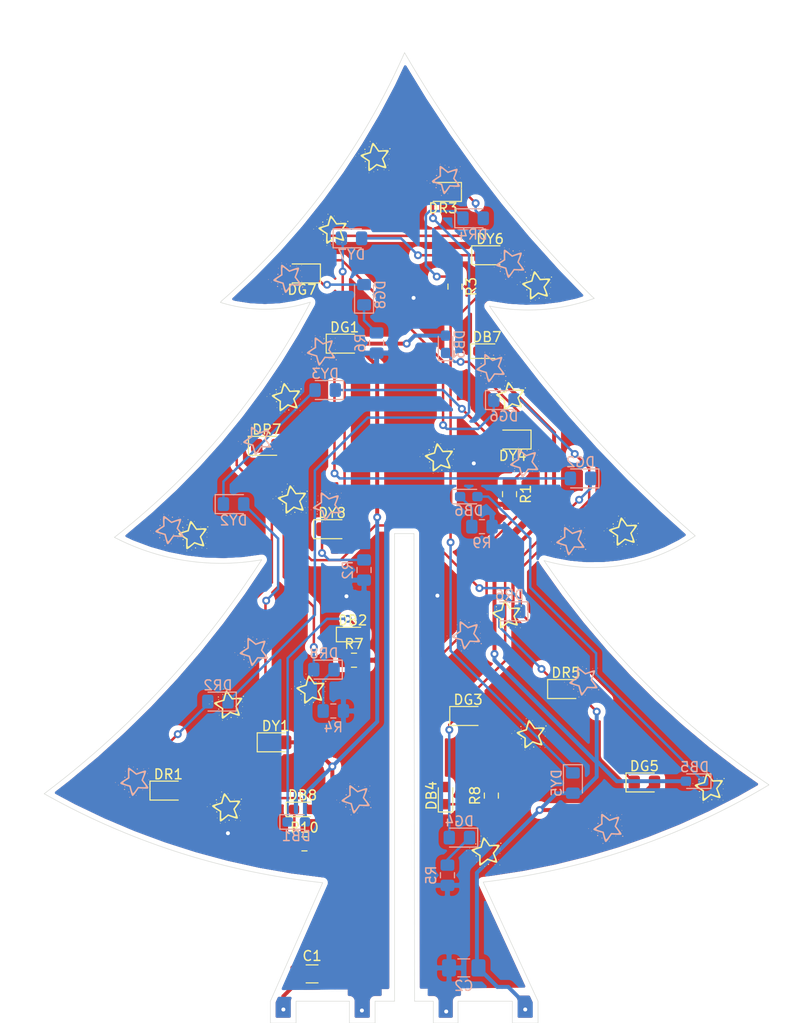
<source format=kicad_pcb>
(kicad_pcb (version 20171130) (host pcbnew "(5.1.6)-1")
  (layers (0 F.Cu signal) (31 B.Cu signal) (34 B.Paste user) (35 F.Paste user) (36 B.SilkS user) (37 F.SilkS user) (38 B.Mask user hide) (39 F.Mask user hide) (44 Edge.Cuts user))
  (net 0 "")
  (net 1 Takt_9V)
  (net 2 "Net-(DB1-Pad1)")
  (net 3 "Net-(DB2-Pad1)")
  (net 4 "Net-(DB3-Pad1)")
  (net 5 "Net-(DB4-Pad1)")
  (net 6 Takt_invertiert_9V)
  (net 7 "Net-(DB5-Pad1)")
  (net 8 "Net-(DB6-Pad1)")
  (net 9 "Net-(DB7-Pad1)")
  (net 10 "Net-(DB8-Pad1)")
  (net 11 "Net-(DG1-Pad1)")
  (net 12 "Net-(DG2-Pad1)")
  (net 13 "Net-(DG3-Pad1)")
  (net 14 "Net-(DG4-Pad1)")
  (net 15 "Net-(DG5-Pad1)")
  (net 16 "Net-(DG6-Pad1)")
  (net 17 "Net-(DG7-Pad1)")
  (net 18 "Net-(DG8-Pad1)")
  (net 19 "Net-(DR1-Pad1)")
  (net 20 "Net-(DR2-Pad1)")
  (net 21 "Net-(DR3-Pad1)")
  (net 22 "Net-(DR4-Pad1)")
  (net 23 "Net-(DR5-Pad1)")
  (net 24 "Net-(DR6-Pad1)")
  (net 25 "Net-(DR7-Pad1)")
  (net 26 "Net-(DR8-Pad1)")
  (net 27 "Net-(DY1-Pad1)")
  (net 28 "Net-(DY2-Pad1)")
  (net 29 "Net-(DY3-Pad1)")
  (net 30 "Net-(DY4-Pad1)")
  (net 31 "Net-(DY5-Pad1)")
  (net 32 "Net-(DY6-Pad1)")
  (net 33 "Net-(DY7-Pad1)")
  (net 34 "Net-(DY8-Pad1)")
  (net 35 GND)
  (module grafics:star_silk (layer B.Cu) (at 104.6988 63.5)
    (fp_text reference G*** hide)
    (fp_text value LOGO hide)
  )
  (module grafics:star_silk (layer B.Cu) (at 88.646 73.5076)
    (fp_text reference G*** hide)
    (fp_text value LOGO hide)
  )
  (module grafics:star_silk (layer B.Cu) (at 111.2012 71.9836)
    (fp_text reference G*** hide)
    (fp_text value LOGO hide)
  )
  (module grafics:star_silk (layer B.Cu) (at 92.0496 80.8736)
    (fp_text reference G*** hide)
    (fp_text value LOGO hide)
  )
  (module grafics:star_silk (layer B.Cu) (at 85.598 89.916)
    (fp_text reference G*** hide)
    (fp_text value LOGO hide)
  )
  (module grafics:star_silk (layer B.Cu) (at 92.6592 96.5708)
    (fp_text reference G*** hide)
    (fp_text value LOGO hide)
  )
  (module grafics:star_silk (layer B.Cu) (at 109.22 82.55)
    (fp_text reference G*** hide)
    (fp_text value LOGO hide)
  )
  (module grafics:star_silk (layer B.Cu) (at 76.708 98.9584)
    (fp_text reference G*** hide)
    (fp_text value LOGO hide)
  )
  (module grafics:star_silk (layer B.Cu) (at 112.6236 92.202)
    (fp_text reference G*** hide)
    (fp_text value LOGO hide)
  )
  (module grafics:star_silk (layer B.Cu) (at 117.2972 100.076)
    (fp_text reference G*** hide)
    (fp_text value LOGO hide)
  )
  (module grafics:star_silk (layer B.Cu) (at 73.152 124.46)
    (fp_text reference G*** hide)
    (fp_text value LOGO hide)
  )
  (module grafics:star_silk (layer B.Cu) (at 85.2424 111.3028)
    (fp_text reference G*** hide)
    (fp_text value LOGO hide)
  )
  (module grafics:star_silk (layer B.Cu) (at 95.5548 126.238)
    (fp_text reference G*** hide)
    (fp_text value LOGO hide)
  )
  (module grafics:star_silk (layer B.Cu) (at 106.7308 109.6264)
    (fp_text reference G*** hide)
    (fp_text value LOGO hide)
  )
  (module grafics:star_silk (layer B.Cu) (at 121.0564 129.1336)
    (fp_text reference G*** hide)
    (fp_text value LOGO hide)
  )
  (module grafics:star_silk (layer B.Cu) (at 118.618 114.3)
    (fp_text reference G*** hide)
    (fp_text value LOGO hide)
  )
  (module grafics:star_silk (layer F.Cu) (at 113.284 119.634)
    (fp_text reference G*** hide)
    (fp_text value LOGO hide)
  )
  (module grafics:star_silk (layer F.Cu) (at 108.712 131.5212)
    (fp_text reference G*** hide)
    (fp_text value LOGO hide)
  )
  (module grafics:star_silk (layer F.Cu) (at 131.318 124.968)
    (fp_text reference G*** hide)
    (fp_text value LOGO hide)
  )
  (module grafics:star_silk (layer F.Cu) (at 82.4484 127.0508)
    (fp_text reference G*** hide)
    (fp_text value LOGO hide)
  )
  (module grafics:star_silk (layer F.Cu) (at 82.6516 116.6368)
    (fp_text reference G*** hide)
    (fp_text value LOGO hide)
  )
  (module grafics:star_silk (layer F.Cu) (at 90.9828 115.1128)
    (fp_text reference G*** hide)
    (fp_text value LOGO hide)
  )
  (module grafics:star_silk (layer F.Cu) (at 111.2012 85.3948)
    (fp_text reference G*** hide)
    (fp_text value LOGO hide)
  )
  (module grafics:star_silk (layer F.Cu) (at 122.6312 99.1108)
    (fp_text reference G*** hide)
    (fp_text value LOGO hide)
  )
  (module grafics:star_silk (layer F.Cu) (at 110.7948 107.4928)
    (fp_text reference G*** hide)
    (fp_text value LOGO hide)
  )
  (module grafics:star_silk (layer F.Cu) (at 103.9876 91.5924)
    (fp_text reference G*** hide)
    (fp_text value LOGO hide)
  )
  (module grafics:star_silk (layer F.Cu) (at 79.0448 99.4664)
    (fp_text reference G*** hide)
    (fp_text value LOGO hide)
  )
  (module grafics:star_silk (layer F.Cu) (at 89.1032 95.8596)
    (fp_text reference G*** hide)
    (fp_text value LOGO hide)
  )
  (module grafics:star_silk (layer F.Cu) (at 88.4936 85.4964)
    (fp_text reference G*** hide)
    (fp_text value LOGO hide)
  )
  (module grafics:star_silk (layer F.Cu) (at 113.8428 74.168)
    (fp_text reference G*** hide)
    (fp_text value LOGO hide)
  )
  (module grafics:star_silk (layer F.Cu) (at 97.4852 61.1632)
    (fp_text reference G*** hide)
    (fp_text value LOGO hide)
  )
  (module grafics:star_silk (layer F.Cu) (at 93.218 68.5292)
    (fp_text reference G*** hide)
    (fp_text value LOGO hide)
  )
  (module Capacitor_SMD:C_1206_3216Metric_Pad1.42x1.75mm_HandSolder (layer B.Cu) (at 106.68 143.3068)
    (fp_text reference C2 (at 0 1.82) (layer B.SilkS) (effects (justify mirror)))
    (fp_text value 100n)
    (pad 2 smd roundrect (at 1.4875 0) (size 1.425 1.75) (layers B.Cu B.Paste B.Mask) (roundrect_rratio 0.175439) (net 6 Takt_invertiert_9V))
    (pad 1 smd roundrect (at -1.4875 0) (size 1.425 1.75) (layers B.Cu B.Paste B.Mask) (roundrect_rratio 0.175439) (net 35 GND))
  )
  (module Capacitor_SMD:C_1206_3216Metric_Pad1.42x1.75mm_HandSolder (layer F.Cu) (at 91.3241 143.9164)
    (fp_text reference C1 (at 0 -1.82) (layer F.SilkS))
    (fp_text value 100n)
    (pad 2 smd roundrect (at 1.4875 0) (size 1.425 1.75) (layers F.Cu F.Paste F.Mask) (roundrect_rratio 0.175439) (net 35 GND))
    (pad 1 smd roundrect (at -1.4875 0) (size 1.425 1.75) (layers F.Cu F.Paste F.Mask) (roundrect_rratio 0.175439) (net 1 Takt_9V))
  )
  (module Resistor_SMD:R_0805_2012Metric_Pad1.15x1.40mm_HandSolder (layer F.Cu) (at 90.551 130.7465)
    (fp_text reference R10 (at 0 -1.65) (layer F.SilkS))
    (fp_text value 88)
    (pad 2 smd roundrect (at 1.025 0) (size 1.15 1.4) (layers F.Cu F.Paste F.Mask) (roundrect_rratio 0.217391) (net 35 GND))
    (pad 1 smd roundrect (at -1.025 0) (size 1.15 1.4) (layers F.Cu F.Paste F.Mask) (roundrect_rratio 0.217391) (net 10 "Net-(DB8-Pad1)"))
  )
  (module Resistor_SMD:R_0805_2012Metric_Pad1.15x1.40mm_HandSolder (layer B.Cu) (at 108.5215 98.6155)
    (fp_text reference R9 (at 0 1.65) (layer B.SilkS) (effects (justify mirror)))
    (fp_text value 88)
    (pad 2 smd roundrect (at 1.025 0) (size 1.15 1.4) (layers B.Cu B.Paste B.Mask) (roundrect_rratio 0.217391) (net 35 GND))
    (pad 1 smd roundrect (at -1.025 0) (size 1.15 1.4) (layers B.Cu B.Paste B.Mask) (roundrect_rratio 0.217391) (net 8 "Net-(DB6-Pad1)"))
  )
  (module Resistor_SMD:R_0805_2012Metric_Pad1.15x1.40mm_HandSolder (layer F.Cu) (at 109.474 125.857 90)
    (fp_text reference R8 (at 0 -1.65 270) (layer F.SilkS))
    (fp_text value 88)
    (pad 2 smd roundrect (at 1.025 0 90) (size 1.15 1.4) (layers F.Cu F.Paste F.Mask) (roundrect_rratio 0.217391) (net 35 GND))
    (pad 1 smd roundrect (at -1.025 0 90) (size 1.15 1.4) (layers F.Cu F.Paste F.Mask) (roundrect_rratio 0.217391) (net 5 "Net-(DB4-Pad1)"))
  )
  (module Resistor_SMD:R_0805_2012Metric_Pad1.15x1.40mm_HandSolder (layer F.Cu) (at 95.5675 112.141)
    (fp_text reference R7 (at 0 -1.65) (layer F.SilkS))
    (fp_text value 88)
    (pad 2 smd roundrect (at 1.025 0) (size 1.15 1.4) (layers F.Cu F.Paste F.Mask) (roundrect_rratio 0.217391) (net 35 GND))
    (pad 1 smd roundrect (at -1.025 0) (size 1.15 1.4) (layers F.Cu F.Paste F.Mask) (roundrect_rratio 0.217391) (net 3 "Net-(DB2-Pad1)"))
  )
  (module Resistor_SMD:R_0805_2012Metric_Pad1.15x1.40mm_HandSolder (layer B.Cu) (at 97.8535 80.01 270)
    (fp_text reference R6 (at 0 1.65 90) (layer B.SilkS) (effects (justify mirror)))
    (fp_text value 10)
    (pad 2 smd roundrect (at 1.025 0 270) (size 1.15 1.4) (layers B.Cu B.Paste B.Mask) (roundrect_rratio 0.217391) (net 35 GND))
    (pad 1 smd roundrect (at -1.025 0 270) (size 1.15 1.4) (layers B.Cu B.Paste B.Mask) (roundrect_rratio 0.217391) (net 18 "Net-(DG8-Pad1)"))
  )
  (module Resistor_SMD:R_0805_2012Metric_Pad1.15x1.40mm_HandSolder (layer B.Cu) (at 105.029 133.9215 270)
    (fp_text reference R5 (at 0 1.65 90) (layer B.SilkS) (effects (justify mirror)))
    (fp_text value 10)
    (pad 2 smd roundrect (at 1.025 0 270) (size 1.15 1.4) (layers B.Cu B.Paste B.Mask) (roundrect_rratio 0.217391) (net 35 GND))
    (pad 1 smd roundrect (at -1.025 0 270) (size 1.15 1.4) (layers B.Cu B.Paste B.Mask) (roundrect_rratio 0.217391) (net 14 "Net-(DG4-Pad1)"))
  )
  (module Resistor_SMD:R_0805_2012Metric_Pad1.15x1.40mm_HandSolder (layer B.Cu) (at 93.472 117.2845)
    (fp_text reference R4 (at 0 1.65) (layer B.SilkS) (effects (justify mirror)))
    (fp_text value 50)
    (pad 2 smd roundrect (at 1.025 0) (size 1.15 1.4) (layers B.Cu B.Paste B.Mask) (roundrect_rratio 0.217391) (net 35 GND))
    (pad 1 smd roundrect (at -1.025 0) (size 1.15 1.4) (layers B.Cu B.Paste B.Mask) (roundrect_rratio 0.217391) (net 26 "Net-(DR8-Pad1)"))
  )
  (module Resistor_SMD:R_0805_2012Metric_Pad1.15x1.40mm_HandSolder (layer F.Cu) (at 105.791 74.295 270)
    (fp_text reference R3 (at 0 -1.65 90) (layer F.SilkS))
    (fp_text value 50)
    (pad 2 smd roundrect (at 1.025 0 270) (size 1.15 1.4) (layers F.Cu F.Paste F.Mask) (roundrect_rratio 0.217391) (net 35 GND))
    (pad 1 smd roundrect (at -1.025 0 270) (size 1.15 1.4) (layers F.Cu F.Paste F.Mask) (roundrect_rratio 0.217391) (net 22 "Net-(DR4-Pad1)"))
  )
  (module Resistor_SMD:R_0805_2012Metric_Pad1.15x1.40mm_HandSolder (layer B.Cu) (at 96.5835 103.006 270)
    (fp_text reference R2 (at 0 1.65 270) (layer B.SilkS) (effects (justify mirror)))
    (fp_text value 50)
    (pad 2 smd roundrect (at 1.025 0 270) (size 1.15 1.4) (layers B.Cu B.Paste B.Mask) (roundrect_rratio 0.217391) (net 35 GND))
    (pad 1 smd roundrect (at -1.025 0 270) (size 1.15 1.4) (layers B.Cu B.Paste B.Mask) (roundrect_rratio 0.217391) (net 34 "Net-(DY8-Pad1)"))
  )
  (module Resistor_SMD:R_0805_2012Metric_Pad1.15x1.40mm_HandSolder (layer F.Cu) (at 111.3155 95.3225 270)
    (fp_text reference R1 (at 0 -1.65 90) (layer F.SilkS))
    (fp_text value 50)
    (pad 2 smd roundrect (at 1.025 0 270) (size 1.15 1.4) (layers F.Cu F.Paste F.Mask) (roundrect_rratio 0.217391) (net 35 GND))
    (pad 1 smd roundrect (at -1.025 0 270) (size 1.15 1.4) (layers F.Cu F.Paste F.Mask) (roundrect_rratio 0.217391) (net 30 "Net-(DY4-Pad1)"))
  )
  (module Diode_SMD:D_0805_2012Metric_Pad1.15x1.40mm_HandSolder (layer F.Cu) (at 93.345 98.8695)
    (fp_text reference DY8 (at 0 -1.65) (layer F.SilkS))
    (fp_text value LED)
    (pad 2 smd roundrect (at 1.025 0) (size 1.15 1.4) (layers F.Cu F.Paste F.Mask) (roundrect_rratio 0.217391) (net 33 "Net-(DY7-Pad1)"))
    (pad 1 smd roundrect (at -1.025 0) (size 1.15 1.4) (layers F.Cu F.Paste F.Mask) (roundrect_rratio 0.217391) (net 34 "Net-(DY8-Pad1)"))
  )
  (module Diode_SMD:D_0805_2012Metric_Pad1.15x1.40mm_HandSolder (layer B.Cu) (at 95.3135 69.4055)
    (fp_text reference DY7 (at 0 1.65) (layer B.SilkS) (effects (justify mirror)))
    (fp_text value LED)
    (pad 2 smd roundrect (at 1.025 0) (size 1.15 1.4) (layers B.Cu B.Paste B.Mask) (roundrect_rratio 0.217391) (net 32 "Net-(DY6-Pad1)"))
    (pad 1 smd roundrect (at -1.025 0) (size 1.15 1.4) (layers B.Cu B.Paste B.Mask) (roundrect_rratio 0.217391) (net 33 "Net-(DY7-Pad1)"))
  )
  (module Diode_SMD:D_0805_2012Metric_Pad1.15x1.40mm_HandSolder (layer F.Cu) (at 109.347 71.12)
    (fp_text reference DY6 (at 0 -1.65) (layer F.SilkS))
    (fp_text value LED)
    (pad 2 smd roundrect (at 1.025 0) (size 1.15 1.4) (layers F.Cu F.Paste F.Mask) (roundrect_rratio 0.217391) (net 31 "Net-(DY5-Pad1)"))
    (pad 1 smd roundrect (at -1.025 0) (size 1.15 1.4) (layers F.Cu F.Paste F.Mask) (roundrect_rratio 0.217391) (net 32 "Net-(DY6-Pad1)"))
  )
  (module Diode_SMD:D_0805_2012Metric_Pad1.15x1.40mm_HandSolder (layer B.Cu) (at 117.729 124.587 270)
    (fp_text reference DY5 (at 0 1.65 90) (layer B.SilkS) (effects (justify mirror)))
    (fp_text value LED)
    (pad 2 smd roundrect (at 1.025 0 270) (size 1.15 1.4) (layers B.Cu B.Paste B.Mask) (roundrect_rratio 0.217391) (net 6 Takt_invertiert_9V))
    (pad 1 smd roundrect (at -1.025 0 270) (size 1.15 1.4) (layers B.Cu B.Paste B.Mask) (roundrect_rratio 0.217391) (net 31 "Net-(DY5-Pad1)"))
  )
  (module Diode_SMD:D_0805_2012Metric_Pad1.15x1.40mm_HandSolder (layer F.Cu) (at 111.633 89.789 180)
    (fp_text reference DY4 (at 0 -1.65) (layer F.SilkS))
    (fp_text value LED)
    (pad 2 smd roundrect (at 1.025 0 180) (size 1.15 1.4) (layers F.Cu F.Paste F.Mask) (roundrect_rratio 0.217391) (net 29 "Net-(DY3-Pad1)"))
    (pad 1 smd roundrect (at -1.025 0 180) (size 1.15 1.4) (layers F.Cu F.Paste F.Mask) (roundrect_rratio 0.217391) (net 30 "Net-(DY4-Pad1)"))
  )
  (module Diode_SMD:D_0805_2012Metric_Pad1.15x1.40mm_HandSolder (layer B.Cu) (at 92.6465 84.7725 180)
    (fp_text reference DY3 (at 0 1.65) (layer B.SilkS) (effects (justify mirror)))
    (fp_text value LED)
    (pad 2 smd roundrect (at 1.025 0 180) (size 1.15 1.4) (layers B.Cu B.Paste B.Mask) (roundrect_rratio 0.217391) (net 28 "Net-(DY2-Pad1)"))
    (pad 1 smd roundrect (at -1.025 0 180) (size 1.15 1.4) (layers B.Cu B.Paste B.Mask) (roundrect_rratio 0.217391) (net 29 "Net-(DY3-Pad1)"))
  )
  (module Diode_SMD:D_0805_2012Metric_Pad1.15x1.40mm_HandSolder (layer B.Cu) (at 83.3755 96.3295)
    (fp_text reference DY2 (at 0 1.65) (layer B.SilkS) (effects (justify mirror)))
    (fp_text value LED)
    (pad 2 smd roundrect (at 1.025 0) (size 1.15 1.4) (layers B.Cu B.Paste B.Mask) (roundrect_rratio 0.217391) (net 27 "Net-(DY1-Pad1)"))
    (pad 1 smd roundrect (at -1.025 0) (size 1.15 1.4) (layers B.Cu B.Paste B.Mask) (roundrect_rratio 0.217391) (net 28 "Net-(DY2-Pad1)"))
  )
  (module Diode_SMD:D_0805_2012Metric_Pad1.15x1.40mm_HandSolder (layer F.Cu) (at 87.63 120.4595)
    (fp_text reference DY1 (at 0 -1.65) (layer F.SilkS))
    (fp_text value LED)
    (pad 2 smd roundrect (at 1.025 0) (size 1.15 1.4) (layers F.Cu F.Paste F.Mask) (roundrect_rratio 0.217391) (net 1 Takt_9V))
    (pad 1 smd roundrect (at -1.025 0) (size 1.15 1.4) (layers F.Cu F.Paste F.Mask) (roundrect_rratio 0.217391) (net 27 "Net-(DY1-Pad1)"))
  )
  (module Diode_SMD:D_0805_2012Metric_Pad1.15x1.40mm_HandSolder (layer B.Cu) (at 92.5195 113.0935 180)
    (fp_text reference DR8 (at 0 1.65) (layer B.SilkS) (effects (justify mirror)))
    (fp_text value LED)
    (pad 2 smd roundrect (at 1.025 0 180) (size 1.15 1.4) (layers B.Cu B.Paste B.Mask) (roundrect_rratio 0.217391) (net 25 "Net-(DR7-Pad1)"))
    (pad 1 smd roundrect (at -1.025 0 180) (size 1.15 1.4) (layers B.Cu B.Paste B.Mask) (roundrect_rratio 0.217391) (net 26 "Net-(DR8-Pad1)"))
  )
  (module Diode_SMD:D_0805_2012Metric_Pad1.15x1.40mm_HandSolder (layer F.Cu) (at 86.741 90.424)
    (fp_text reference DR7 (at 0 -1.65) (layer F.SilkS))
    (fp_text value LED)
    (pad 2 smd roundrect (at 1.025 0) (size 1.15 1.4) (layers F.Cu F.Paste F.Mask) (roundrect_rratio 0.217391) (net 24 "Net-(DR6-Pad1)"))
    (pad 1 smd roundrect (at -1.025 0) (size 1.15 1.4) (layers F.Cu F.Paste F.Mask) (roundrect_rratio 0.217391) (net 25 "Net-(DR7-Pad1)"))
  )
  (module Diode_SMD:D_0805_2012Metric_Pad1.15x1.40mm_HandSolder (layer B.Cu) (at 111.3155 107.188 180)
    (fp_text reference DR6 (at 0 1.65) (layer B.SilkS) (effects (justify mirror)))
    (fp_text value LED)
    (pad 2 smd roundrect (at 1.025 0 180) (size 1.15 1.4) (layers B.Cu B.Paste B.Mask) (roundrect_rratio 0.217391) (net 23 "Net-(DR5-Pad1)"))
    (pad 1 smd roundrect (at -1.025 0 180) (size 1.15 1.4) (layers B.Cu B.Paste B.Mask) (roundrect_rratio 0.217391) (net 24 "Net-(DR6-Pad1)"))
  )
  (module Diode_SMD:D_0805_2012Metric_Pad1.15x1.40mm_HandSolder (layer F.Cu) (at 117.0305 115.062)
    (fp_text reference DR5 (at 0 -1.65) (layer F.SilkS))
    (fp_text value LED)
    (pad 2 smd roundrect (at 1.025 0) (size 1.15 1.4) (layers F.Cu F.Paste F.Mask) (roundrect_rratio 0.217391) (net 6 Takt_invertiert_9V))
    (pad 1 smd roundrect (at -1.025 0) (size 1.15 1.4) (layers F.Cu F.Paste F.Mask) (roundrect_rratio 0.217391) (net 23 "Net-(DR5-Pad1)"))
  )
  (module Diode_SMD:D_0805_2012Metric_Pad1.15x1.40mm_HandSolder (layer B.Cu) (at 107.6325 67.3735)
    (fp_text reference DR4 (at 0 1.65) (layer B.SilkS) (effects (justify mirror)))
    (fp_text value LED)
    (pad 2 smd roundrect (at 1.025 0) (size 1.15 1.4) (layers B.Cu B.Paste B.Mask) (roundrect_rratio 0.217391) (net 21 "Net-(DR3-Pad1)"))
    (pad 1 smd roundrect (at -1.025 0) (size 1.15 1.4) (layers B.Cu B.Paste B.Mask) (roundrect_rratio 0.217391) (net 22 "Net-(DR4-Pad1)"))
  )
  (module Diode_SMD:D_0805_2012Metric_Pad1.15x1.40mm_HandSolder (layer F.Cu) (at 104.5845 64.7065 180)
    (fp_text reference DR3 (at 0 -1.65) (layer F.SilkS))
    (fp_text value LED)
    (pad 2 smd roundrect (at 1.025 0 180) (size 1.15 1.4) (layers F.Cu F.Paste F.Mask) (roundrect_rratio 0.217391) (net 20 "Net-(DR2-Pad1)"))
    (pad 1 smd roundrect (at -1.025 0 180) (size 1.15 1.4) (layers F.Cu F.Paste F.Mask) (roundrect_rratio 0.217391) (net 21 "Net-(DR3-Pad1)"))
  )
  (module Diode_SMD:D_0805_2012Metric_Pad1.15x1.40mm_HandSolder (layer B.Cu) (at 81.788 116.332 180)
    (fp_text reference DR2 (at 0 1.65) (layer B.SilkS) (effects (justify mirror)))
    (fp_text value LED)
    (pad 2 smd roundrect (at 1.025 0 180) (size 1.15 1.4) (layers B.Cu B.Paste B.Mask) (roundrect_rratio 0.217391) (net 19 "Net-(DR1-Pad1)"))
    (pad 1 smd roundrect (at -1.025 0 180) (size 1.15 1.4) (layers B.Cu B.Paste B.Mask) (roundrect_rratio 0.217391) (net 20 "Net-(DR2-Pad1)"))
  )
  (module Diode_SMD:D_0805_2012Metric_Pad1.15x1.40mm_HandSolder (layer F.Cu) (at 76.7715 125.349)
    (fp_text reference DR1 (at 0 -1.65) (layer F.SilkS))
    (fp_text value LED)
    (pad 2 smd roundrect (at 1.025 0) (size 1.15 1.4) (layers F.Cu F.Paste F.Mask) (roundrect_rratio 0.217391) (net 1 Takt_9V))
    (pad 1 smd roundrect (at -1.025 0) (size 1.15 1.4) (layers F.Cu F.Paste F.Mask) (roundrect_rratio 0.217391) (net 19 "Net-(DR1-Pad1)"))
  )
  (module Diode_SMD:D_0805_2012Metric_Pad1.15x1.40mm_HandSolder (layer B.Cu) (at 96.5835 75.1205 90)
    (fp_text reference DG8 (at 0 1.65 90) (layer B.SilkS) (effects (justify mirror)))
    (fp_text value LED)
    (pad 2 smd roundrect (at 1.025 0 90) (size 1.15 1.4) (layers B.Cu B.Paste B.Mask) (roundrect_rratio 0.217391) (net 17 "Net-(DG7-Pad1)"))
    (pad 1 smd roundrect (at -1.025 0 90) (size 1.15 1.4) (layers B.Cu B.Paste B.Mask) (roundrect_rratio 0.217391) (net 18 "Net-(DG8-Pad1)"))
  )
  (module Diode_SMD:D_0805_2012Metric_Pad1.15x1.40mm_HandSolder (layer F.Cu) (at 90.306 72.9615 180)
    (fp_text reference DG7 (at 0 -1.65) (layer F.SilkS))
    (fp_text value LED)
    (pad 2 smd roundrect (at 1.025 0 180) (size 1.15 1.4) (layers F.Cu F.Paste F.Mask) (roundrect_rratio 0.217391) (net 16 "Net-(DG6-Pad1)"))
    (pad 1 smd roundrect (at -1.025 0 180) (size 1.15 1.4) (layers F.Cu F.Paste F.Mask) (roundrect_rratio 0.217391) (net 17 "Net-(DG7-Pad1)"))
  )
  (module Diode_SMD:D_0805_2012Metric_Pad1.15x1.40mm_HandSolder (layer B.Cu) (at 110.744 85.7885)
    (fp_text reference DG6 (at 0 1.65) (layer B.SilkS) (effects (justify mirror)))
    (fp_text value LED)
    (pad 2 smd roundrect (at 1.025 0) (size 1.15 1.4) (layers B.Cu B.Paste B.Mask) (roundrect_rratio 0.217391) (net 15 "Net-(DG5-Pad1)"))
    (pad 1 smd roundrect (at -1.025 0) (size 1.15 1.4) (layers B.Cu B.Paste B.Mask) (roundrect_rratio 0.217391) (net 16 "Net-(DG6-Pad1)"))
  )
  (module Diode_SMD:D_0805_2012Metric_Pad1.15x1.40mm_HandSolder (layer F.Cu) (at 124.968 124.5235)
    (fp_text reference DG5 (at 0 -1.65) (layer F.SilkS))
    (fp_text value LED)
    (pad 2 smd roundrect (at 1.025 0) (size 1.15 1.4) (layers F.Cu F.Paste F.Mask) (roundrect_rratio 0.217391) (net 6 Takt_invertiert_9V))
    (pad 1 smd roundrect (at -1.025 0) (size 1.15 1.4) (layers F.Cu F.Paste F.Mask) (roundrect_rratio 0.217391) (net 15 "Net-(DG5-Pad1)"))
  )
  (module Diode_SMD:D_0805_2012Metric_Pad1.15x1.40mm_HandSolder (layer B.Cu) (at 106.2355 130.1115 180)
    (fp_text reference DG4 (at 0 1.65) (layer B.SilkS) (effects (justify mirror)))
    (fp_text value LED)
    (pad 2 smd roundrect (at 1.025 0 180) (size 1.15 1.4) (layers B.Cu B.Paste B.Mask) (roundrect_rratio 0.217391) (net 13 "Net-(DG3-Pad1)"))
    (pad 1 smd roundrect (at -1.025 0 180) (size 1.15 1.4) (layers B.Cu B.Paste B.Mask) (roundrect_rratio 0.217391) (net 14 "Net-(DG4-Pad1)"))
  )
  (module Diode_SMD:D_0805_2012Metric_Pad1.15x1.40mm_HandSolder (layer F.Cu) (at 107.1245 117.7925)
    (fp_text reference DG3 (at 0 -1.65) (layer F.SilkS))
    (fp_text value LED)
    (pad 2 smd roundrect (at 1.025 0) (size 1.15 1.4) (layers F.Cu F.Paste F.Mask) (roundrect_rratio 0.217391) (net 12 "Net-(DG2-Pad1)"))
    (pad 1 smd roundrect (at -1.025 0) (size 1.15 1.4) (layers F.Cu F.Paste F.Mask) (roundrect_rratio 0.217391) (net 13 "Net-(DG3-Pad1)"))
  )
  (module Diode_SMD:D_0805_2012Metric_Pad1.15x1.40mm_HandSolder (layer B.Cu) (at 118.5 93.726 180)
    (fp_text reference DG2 (at 0 1.65) (layer B.SilkS) (effects (justify mirror)))
    (fp_text value LED)
    (pad 2 smd roundrect (at 1.025 0 180) (size 1.15 1.4) (layers B.Cu B.Paste B.Mask) (roundrect_rratio 0.217391) (net 11 "Net-(DG1-Pad1)"))
    (pad 1 smd roundrect (at -1.025 0 180) (size 1.15 1.4) (layers B.Cu B.Paste B.Mask) (roundrect_rratio 0.217391) (net 12 "Net-(DG2-Pad1)"))
  )
  (module Diode_SMD:D_0805_2012Metric_Pad1.15x1.40mm_HandSolder (layer F.Cu) (at 94.615 80.0735)
    (fp_text reference DG1 (at 0 -1.65) (layer F.SilkS))
    (fp_text value LED)
    (pad 2 smd roundrect (at 1.025 0) (size 1.15 1.4) (layers F.Cu F.Paste F.Mask) (roundrect_rratio 0.217391) (net 1 Takt_9V))
    (pad 1 smd roundrect (at -1.025 0) (size 1.15 1.4) (layers F.Cu F.Paste F.Mask) (roundrect_rratio 0.217391) (net 11 "Net-(DG1-Pad1)"))
  )
  (module Diode_SMD:D_0603_1608Metric_Pad1.05x0.95mm_HandSolder (layer F.Cu) (at 90.3605 127.254)
    (fp_text reference DB8 (at 0 -1.43) (layer F.SilkS))
    (fp_text value LED)
    (pad 2 smd roundrect (at 0.875 0) (size 1.05 0.95) (layers F.Cu F.Paste F.Mask) (net 9 "Net-(DB7-Pad1)"))
    (pad 1 smd roundrect (at -0.875 0) (size 1.05 0.95) (layers F.Cu F.Paste F.Mask) (net 10 "Net-(DB8-Pad1)"))
  )
  (module Diode_SMD:D_0603_1608Metric_Pad1.05x0.95mm_HandSolder (layer F.Cu) (at 109.0295 80.8355)
    (fp_text reference DB7 (at 0 -1.43) (layer F.SilkS))
    (fp_text value LED)
    (pad 2 smd roundrect (at 0.875 0) (size 1.05 0.95) (layers F.Cu F.Paste F.Mask) (net 6 Takt_invertiert_9V))
    (pad 1 smd roundrect (at -0.875 0) (size 1.05 0.95) (layers F.Cu F.Paste F.Mask) (net 9 "Net-(DB7-Pad1)"))
  )
  (module Diode_SMD:D_0603_1608Metric_Pad1.05x0.95mm_HandSolder (layer B.Cu) (at 107.188 95.5675)
    (fp_text reference DB6 (at 0 1.43) (layer B.SilkS) (effects (justify mirror)))
    (fp_text value LED)
    (pad 2 smd roundrect (at 0.875 0) (size 1.05 0.95) (layers B.Cu B.Paste B.Mask) (net 7 "Net-(DB5-Pad1)"))
    (pad 1 smd roundrect (at -0.875 0) (size 1.05 0.95) (layers B.Cu B.Paste B.Mask) (net 8 "Net-(DB6-Pad1)"))
  )
  (module Diode_SMD:D_0603_1608Metric_Pad1.05x0.95mm_HandSolder (layer B.Cu) (at 130.048 124.3965 180)
    (fp_text reference DB5 (at 0 1.43) (layer B.SilkS) (effects (justify mirror)))
    (fp_text value LED)
    (pad 2 smd roundrect (at 0.875 0 180) (size 1.05 0.95) (layers B.Cu B.Paste B.Mask) (net 6 Takt_invertiert_9V))
    (pad 1 smd roundrect (at -0.875 0 180) (size 1.05 0.95) (layers B.Cu B.Paste B.Mask) (net 7 "Net-(DB5-Pad1)"))
  )
  (module Diode_SMD:D_0603_1608Metric_Pad1.05x0.95mm_HandSolder (layer F.Cu) (at 104.8385 125.857 90)
    (fp_text reference DB4 (at 0 -1.43 -90) (layer F.SilkS))
    (fp_text value LED)
    (pad 2 smd roundrect (at 0.875 0 90) (size 1.05 0.95) (layers F.Cu F.Paste F.Mask) (net 4 "Net-(DB3-Pad1)"))
    (pad 1 smd roundrect (at -0.875 0 90) (size 1.05 0.95) (layers F.Cu F.Paste F.Mask) (net 5 "Net-(DB4-Pad1)"))
  )
  (module Diode_SMD:D_0603_1608Metric_Pad1.05x0.95mm_HandSolder (layer B.Cu) (at 104.8385 80.137 90)
    (fp_text reference DB3 (at 0 1.43 270) (layer B.SilkS) (effects (justify mirror)))
    (fp_text value LED)
    (pad 2 smd roundrect (at 0.875 0 90) (size 1.05 0.95) (layers B.Cu B.Paste B.Mask) (net 1 Takt_9V))
    (pad 1 smd roundrect (at -0.875 0 90) (size 1.05 0.95) (layers B.Cu B.Paste B.Mask) (net 4 "Net-(DB3-Pad1)"))
  )
  (module Diode_SMD:D_0603_1608Metric_Pad1.05x0.95mm_HandSolder (layer F.Cu) (at 95.4405 109.5375)
    (fp_text reference DB2 (at 0 -1.43) (layer F.SilkS))
    (fp_text value LED)
    (pad 2 smd roundrect (at 0.875 0) (size 1.05 0.95) (layers F.Cu F.Paste F.Mask) (net 2 "Net-(DB1-Pad1)"))
    (pad 1 smd roundrect (at -0.875 0) (size 1.05 0.95) (layers F.Cu F.Paste F.Mask) (net 3 "Net-(DB2-Pad1)"))
  )
  (module Diode_SMD:D_0603_1608Metric_Pad1.05x0.95mm_HandSolder (layer B.Cu) (at 89.7255 128.524)
    (fp_text reference DB1 (at 0 1.43) (layer B.SilkS) (effects (justify mirror)))
    (fp_text value LED)
    (pad 2 smd roundrect (at 0.875 0) (size 1.05 0.95) (layers B.Cu B.Paste B.Mask) (net 1 Takt_9V))
    (pad 1 smd roundrect (at -0.875 0) (size 1.05 0.95) (layers B.Cu B.Paste B.Mask) (net 2 "Net-(DB1-Pad1)"))
  )
  (gr_line (start 87.1 146.685) (end 87.1 148.8948) (layer Edge.Cuts) (width 0.05))
  (gr_line (start 95.1 146.685) (end 95.1 148.8948) (layer Edge.Cuts) (width 0.05))
  (gr_line (start 100.6856 50.5968) (end 100.6856 50.605911) (layer Edge.Cuts) (width 0.05))
  (gr_line (start 82.14839 75.755498) (end 82.042 75.8952) (layer Edge.Cuts) (width 0.05))
  (gr_line (start 91.112509 75.960315) (end 91.130937 75.872422) (layer Edge.Cuts) (width 0.05))
  (gr_line (start 119.888 75.4888) (end 119.658734 75.284659) (layer Edge.Cuts) (width 0.05))
  (gr_line (start 130.113767 99.545883) (end 130.073121 99.50482) (layer Edge.Cuts) (width 0.05))
  (gr_arc (start 119.8245 84.6455) (end 114.808001 102.044499) (angle -50.70990668) (layer Edge.Cuts) (width 0.05))
  (gr_line (start 86.158582 102.05835) (end 86.224748 101.96179) (layer Edge.Cuts) (width 0.05))
  (gr_line (start 137.56929 124.774417) (end 137.55039 124.742792) (layer Edge.Cuts) (width 0.05))
  (gr_line (start 97.7 146.685) (end 99.6696 146.685) (layer Edge.Cuts) (width 0.05))
  (gr_line (start 97.7 148.8948) (end 97.7 146.685) (layer Edge.Cuts) (width 0.05))
  (gr_line (start 95.1 148.8948) (end 97.7 148.8948) (layer Edge.Cuts) (width 0.05))
  (gr_line (start 89.7 146.685) (end 95.1 146.685) (layer Edge.Cuts) (width 0.05))
  (gr_line (start 89.7 148.8948) (end 89.7 146.685) (layer Edge.Cuts) (width 0.05))
  (gr_line (start 87.1 148.8948) (end 89.7 148.8948) (layer Edge.Cuts) (width 0.05))
  (gr_line (start 108.648499 134.619999) (end 114.2 146.685) (layer Edge.Cuts) (width 0.05))
  (gr_line (start 92.39293 134.679435) (end 87.1 146.685) (layer Edge.Cuts) (width 0.05))
  (gr_line (start 101.6381 99.314) (end 99.6696 99.314) (layer Edge.Cuts) (width 0.05))
  (gr_line (start 101.7016 146.685) (end 101.6381 99.314) (layer Edge.Cuts) (width 0.05))
  (gr_line (start 99.6696 146.685) (end 99.6696 99.314) (layer Edge.Cuts) (width 0.05))
  (gr_line (start 103.6 146.685) (end 101.7016 146.685) (layer Edge.Cuts) (width 0.05))
  (gr_arc (start 100.076 62.0395) (end 108.648499 134.619999) (angle -24.12848242) (layer Edge.Cuts) (width 0.05))
  (gr_arc (start 100.076 62.0395) (end 64.198502 125.666498) (angle -23.37976228) (layer Edge.Cuts) (width 0.05))
  (gr_line (start 106.1 146.685) (end 111.6 146.685) (layer Edge.Cuts) (width 0.05))
  (gr_line (start 103.6 148.8948) (end 103.6 146.685) (layer Edge.Cuts) (width 0.05))
  (gr_line (start 106.1 148.8948) (end 103.6 148.8948) (layer Edge.Cuts) (width 0.05))
  (gr_line (start 106.1 146.685) (end 106.1 148.8948) (layer Edge.Cuts) (width 0.05))
  (gr_line (start 111.6 148.8948) (end 111.6 146.685) (layer Edge.Cuts) (width 0.05))
  (gr_line (start 114.2 148.8948) (end 111.6 148.8948) (layer Edge.Cuts) (width 0.05))
  (gr_line (start 114.2 146.685) (end 114.2 148.8948) (layer Edge.Cuts) (width 0.05))
  (gr_arc (start 34.90439 21.5265) (end 82.14839 75.755498) (angle -25.08937423) (layer Edge.Cuts) (width 0.05))
  (gr_arc (start 86.5505 61.5315) (end 82.042 75.8952) (angle -35.13939741) (layer Edge.Cuts) (width 0.05))
  (gr_arc (start 26.0985 41.8465) (end 71.3105 99.694998) (angle -24.30362111) (layer Edge.Cuts) (width 0.05))
  (gr_arc (start 82.1055 78.867) (end 71.310501 99.694999) (angle -37.51045493) (layer Edge.Cuts) (width 0.05))
  (gr_arc (start 8.9535 52.2605) (end 64.1985 125.666498) (angle -20.21274195) (layer Edge.Cuts) (width 0.05))
  (gr_arc (start 185.039 54.4195) (end 114.808002 102.044498) (angle -21.82728488) (layer Edge.Cuts) (width 0.05))
  (gr_arc (start 213.169408 4.254605) (end 109.28341 76.263603) (angle -14.17063481) (layer Edge.Cuts) (width 0.05))
  (gr_arc (start 113.2205 57.2135) (end 109.283501 76.263499) (angle -31.72056042) (layer Edge.Cuts) (width 0.05))
  (gr_arc (start 203.3905 -8.6995) (end 100.6856 50.5968) (angle -15.08639149) (layer Edge.Cuts) (width 0.05))
  (via (at 97.917 97.663) (size 0.8) (drill 0.4) (layers F.Cu B.Cu) (net 1))
  (via (at 93.37675 122.90425) (size 0.8) (drill 0.4) (layers F.Cu B.Cu) (net 1))
  (via (at 100.9015 80.0735) (size 0.8) (drill 0.4) (layers F.Cu B.Cu) (net 1))
  (segment (start 90.932 120.4595) (end 93.37675 122.90425) (width 0.4) (layer F.Cu) (net 1))
  (segment (start 88.655 120.4595) (end 90.932 120.4595) (width 0.4) (layer F.Cu) (net 1))
  (segment (start 93.37675 139.22375) (end 89.789 142.8115) (width 0.4) (layer F.Cu) (net 1))
  (segment (start 93.37675 122.90425) (end 93.37675 139.22375) (width 0.4) (layer F.Cu) (net 1))
  (segment (start 83.7655 125.349) (end 88.655 120.4595) (width 0.4) (layer F.Cu) (net 1))
  (segment (start 77.7965 125.349) (end 83.7655 125.349) (width 0.4) (layer F.Cu) (net 1))
  (segment (start 90.6005 125.6805) (end 93.37675 122.90425) (width 0.4) (layer B.Cu) (net 1))
  (segment (start 90.6005 128.524) (end 90.6005 125.6805) (width 0.4) (layer B.Cu) (net 1))
  (segment (start 93.37675 122.90425) (end 97.917 118.364) (width 0.4) (layer B.Cu) (net 1))
  (segment (start 97.917 97.663) (end 97.917 118.364) (width 0.4) (layer B.Cu) (net 1))
  (segment (start 97.917 82.3505) (end 95.64 80.0735) (width 0.4) (layer F.Cu) (net 1))
  (segment (start 97.917 97.663) (end 97.917 82.3505) (width 0.4) (layer F.Cu) (net 1))
  (segment (start 95.64 80.0735) (end 100.9015 80.0735) (width 0.4) (layer F.Cu) (net 1))
  (segment (start 101.713 79.262) (end 100.9015 80.0735) (width 0.4) (layer B.Cu) (net 1))
  (segment (start 104.8385 79.262) (end 101.713 79.262) (width 0.4) (layer B.Cu) (net 1))
  (via (at 88.4174 147.5232) (size 0.8) (drill 0.4) (layers F.Cu B.Cu) (net 1))
  (segment (start 88.7095 148.0185) (end 88.011 148.0185) (width 0.4) (layer B.Cu) (net 1))
  (segment (start 89.789 143.8688) (end 89.8366 143.9164) (width 0.4) (layer F.Cu) (net 1))
  (segment (start 89.789 142.8115) (end 89.789 143.8688) (width 0.4) (layer F.Cu) (net 1))
  (segment (start 89.8366 143.9164) (end 89.8366 144.7578) (width 0.4) (layer F.Cu) (net 1))
  (segment (start 88.4174 146.177) (end 88.4174 147.5232) (width 0.4) (layer F.Cu) (net 1))
  (segment (start 89.8366 144.7578) (end 88.4174 146.177) (width 0.4) (layer F.Cu) (net 1))
  (segment (start 88.8505 128.524) (end 88.8505 111.9365) (width 0.25) (layer B.Cu) (net 2))
  (segment (start 88.8505 111.9365) (end 92.837 107.95) (width 0.25) (layer B.Cu) (net 2))
  (segment (start 92.837 107.95) (end 94.9325 107.95) (width 0.25) (layer B.Cu) (net 2))
  (segment (start 96.3155 109.5375) (end 96.3155 109.206) (width 0.25) (layer F.Cu) (net 2))
  (via (at 94.9325 107.95) (size 0.8) (drill 0.4) (layers F.Cu B.Cu) (net 2))
  (segment (start 96.3155 109.206) (end 95.0595 107.95) (width 0.25) (layer F.Cu) (net 2))
  (segment (start 95.0595 107.95) (end 94.9325 107.95) (width 0.25) (layer F.Cu) (net 2))
  (segment (start 94.5655 112.118) (end 94.5425 112.141) (width 0.25) (layer F.Cu) (net 3))
  (segment (start 94.5655 109.5375) (end 94.5655 112.118) (width 0.25) (layer F.Cu) (net 3))
  (via (at 106.3625 81.915) (size 0.8) (drill 0.4) (layers F.Cu B.Cu) (net 4))
  (segment (start 106.37219 81.915) (end 106.3625 81.915) (width 0.25) (layer F.Cu) (net 4))
  (segment (start 105.7415 81.915) (end 104.8385 81.012) (width 0.25) (layer B.Cu) (net 4))
  (segment (start 106.3625 81.915) (end 105.7415 81.915) (width 0.25) (layer B.Cu) (net 4))
  (segment (start 107.188 81.915) (end 106.3625 81.915) (width 0.25) (layer F.Cu) (net 4))
  (segment (start 114.9985 89.7255) (end 107.188 81.915) (width 0.25) (layer F.Cu) (net 4))
  (segment (start 104.8385 124.982) (end 104.14 124.2835) (width 0.25) (layer F.Cu) (net 4))
  (segment (start 108.992501 100.620999) (end 114.9985 94.615) (width 0.25) (layer F.Cu) (net 4))
  (segment (start 108.992501 107.034499) (end 108.992501 100.620999) (width 0.25) (layer F.Cu) (net 4))
  (segment (start 104.14 111.887) (end 108.992501 107.034499) (width 0.25) (layer F.Cu) (net 4))
  (segment (start 104.14 124.2835) (end 104.14 111.887) (width 0.25) (layer F.Cu) (net 4))
  (segment (start 104.14 111.887) (end 104.14 111.76) (width 0.25) (layer F.Cu) (net 4))
  (segment (start 114.9985 94.615) (end 114.9985 89.7255) (width 0.25) (layer F.Cu) (net 4))
  (segment (start 109.324 126.732) (end 109.474 126.882) (width 0.25) (layer F.Cu) (net 5))
  (segment (start 104.8385 126.732) (end 109.324 126.732) (width 0.25) (layer F.Cu) (net 5))
  (segment (start 117.729 125.612) (end 117.029 125.612) (width 0.25) (layer B.Cu) (net 6))
  (via (at 120.142 117.348) (size 0.8) (drill 0.4) (layers F.Cu B.Cu) (net 6))
  (segment (start 118.0555 115.2615) (end 118.0555 115.062) (width 0.25) (layer F.Cu) (net 6))
  (segment (start 120.142 117.348) (end 118.0555 115.2615) (width 0.25) (layer F.Cu) (net 6))
  (via (at 114.3635 127.3175) (size 0.8) (drill 0.4) (layers F.Cu B.Cu) (net 6))
  (via (at 109.7915 111.506) (size 0.8) (drill 0.4) (layers F.Cu B.Cu) (net 6))
  (segment (start 120.142 122.6185) (end 120.142 122.4915) (width 0.25) (layer B.Cu) (net 6))
  (segment (start 120.142 122.6185) (end 120.142 122.3645) (width 0.25) (layer B.Cu) (net 6))
  (segment (start 120.142 123.952) (end 120.142 122.6185) (width 0.25) (layer B.Cu) (net 6))
  (segment (start 125.993 124.5235) (end 123.199 127.3175) (width 0.4) (layer F.Cu) (net 6))
  (segment (start 123.199 127.3175) (end 114.3635 127.3175) (width 0.4) (layer F.Cu) (net 6))
  (segment (start 116.069 125.612) (end 108.0135 133.6675) (width 0.4) (layer B.Cu) (net 6))
  (segment (start 117.729 125.612) (end 116.069 125.612) (width 0.4) (layer B.Cu) (net 6))
  (segment (start 122.174 124.3965) (end 120.142 122.3645) (width 0.4) (layer B.Cu) (net 6))
  (segment (start 129.173 124.3965) (end 122.174 124.3965) (width 0.4) (layer B.Cu) (net 6))
  (segment (start 120.142 117.348) (end 120.142 122.3645) (width 0.4) (layer B.Cu) (net 6))
  (segment (start 109.7915 112.141) (end 119.85625 122.20575) (width 0.4) (layer B.Cu) (net 6))
  (segment (start 109.7915 111.506) (end 109.7915 112.141) (width 0.4) (layer B.Cu) (net 6))
  (segment (start 119.98325 122.20575) (end 120.142 122.3645) (width 0.4) (layer B.Cu) (net 6))
  (segment (start 119.85625 122.20575) (end 119.98325 122.20575) (width 0.4) (layer B.Cu) (net 6))
  (segment (start 119.85625 122.20575) (end 120.142 122.4915) (width 0.4) (layer B.Cu) (net 6))
  (segment (start 118.482 125.612) (end 120.142 123.952) (width 0.4) (layer B.Cu) (net 6))
  (segment (start 117.729 125.612) (end 118.482 125.612) (width 0.4) (layer B.Cu) (net 6))
  (segment (start 120.142 123.952) (end 120.142 122.3645) (width 0.4) (layer B.Cu) (net 6))
  (segment (start 108.0135 133.6675) (end 108.0135 143.162946) (width 0.4) (layer B.Cu) (net 6))
  (segment (start 109.7915 102.8065) (end 115.824 96.774) (width 0.4) (layer F.Cu) (net 6))
  (segment (start 109.7915 111.506) (end 109.7915 102.8065) (width 0.4) (layer F.Cu) (net 6))
  (segment (start 115.824 96.774) (end 115.824 89.0905) (width 0.4) (layer F.Cu) (net 6))
  (segment (start 115.824 89.0905) (end 109.9045 83.171) (width 0.4) (layer F.Cu) (net 6))
  (segment (start 109.9045 83.171) (end 109.9045 80.8355) (width 0.4) (layer F.Cu) (net 6))
  (via (at 112.903 147.5232) (size 0.8) (drill 0.4) (layers F.Cu B.Cu) (net 6))
  (segment (start 108.1675 143.316946) (end 110.085677 145.235123) (width 0.4) (layer B.Cu) (net 6))
  (segment (start 108.1675 143.3068) (end 108.1675 143.316946) (width 0.4) (layer B.Cu) (net 6))
  (segment (start 108.0135 143.162946) (end 110.085677 145.235123) (width 0.4) (layer B.Cu) (net 6))
  (segment (start 110.085677 145.235123) (end 110.576823 145.235123) (width 0.4) (layer B.Cu) (net 6))
  (segment (start 111.180608 145.235123) (end 110.576823 145.235123) (width 0.4) (layer B.Cu) (net 6))
  (segment (start 112.903 146.957515) (end 111.180608 145.235123) (width 0.4) (layer B.Cu) (net 6))
  (segment (start 112.903 147.5232) (end 112.903 146.957515) (width 0.4) (layer B.Cu) (net 6))
  (segment (start 108.063 95.5675) (end 109.1565 95.5675) (width 0.25) (layer B.Cu) (net 7))
  (segment (start 109.1565 95.5675) (end 113.411 99.822) (width 0.25) (layer B.Cu) (net 7))
  (segment (start 113.411 99.822) (end 113.411 104.775) (width 0.25) (layer B.Cu) (net 7))
  (segment (start 113.411 104.775) (end 120.0785 111.4425) (width 0.25) (layer B.Cu) (net 7))
  (segment (start 120.0785 113.552) (end 130.923 124.3965) (width 0.25) (layer B.Cu) (net 7))
  (segment (start 120.0785 111.4425) (end 120.0785 113.552) (width 0.25) (layer B.Cu) (net 7))
  (segment (start 107.4965 96.751) (end 106.313 95.5675) (width 0.25) (layer B.Cu) (net 8))
  (segment (start 107.4965 98.6155) (end 107.4965 96.751) (width 0.25) (layer B.Cu) (net 8))
  (segment (start 108.1545 76.5035) (end 108.1545 80.8355) (width 0.25) (layer F.Cu) (net 9))
  (segment (start 111.125 69.1515) (end 112.7125 70.739) (width 0.25) (layer F.Cu) (net 9))
  (segment (start 90.17 69.1515) (end 111.125 69.1515) (width 0.25) (layer F.Cu) (net 9))
  (segment (start 112.7125 70.739) (end 112.7125 71.9455) (width 0.25) (layer F.Cu) (net 9))
  (segment (start 84.963 106.553) (end 87.249 104.267) (width 0.25) (layer F.Cu) (net 9))
  (segment (start 74.1045 119.6975) (end 84.963 108.839) (width 0.25) (layer F.Cu) (net 9))
  (segment (start 84.5185 126.111) (end 83.5025 127.127) (width 0.25) (layer F.Cu) (net 9))
  (segment (start 74.1045 126.4285) (end 74.1045 119.6975) (width 0.25) (layer F.Cu) (net 9))
  (segment (start 87.8205 74.9935) (end 87.122 74.295) (width 0.25) (layer F.Cu) (net 9))
  (segment (start 74.803 127.127) (end 74.1045 126.4285) (width 0.25) (layer F.Cu) (net 9))
  (segment (start 112.7125 71.9455) (end 108.1545 76.5035) (width 0.25) (layer F.Cu) (net 9))
  (segment (start 92.5195 76.2635) (end 92.5195 75.819) (width 0.25) (layer F.Cu) (net 9))
  (segment (start 83.5025 127.127) (end 74.803 127.127) (width 0.25) (layer F.Cu) (net 9))
  (segment (start 90.43549 126.45399) (end 90.43549 126.43999) (width 0.25) (layer F.Cu) (net 9))
  (segment (start 91.2355 127.254) (end 90.43549 126.45399) (width 0.25) (layer F.Cu) (net 9))
  (segment (start 90.1065 126.111) (end 84.5185 126.111) (width 0.25) (layer F.Cu) (net 9))
  (segment (start 87.249 104.267) (end 87.249 95.9485) (width 0.25) (layer F.Cu) (net 9))
  (segment (start 87.249 95.9485) (end 83.693 92.3925) (width 0.25) (layer F.Cu) (net 9))
  (segment (start 84.963 108.839) (end 84.963 106.553) (width 0.25) (layer F.Cu) (net 9))
  (segment (start 91.694 74.9935) (end 87.8205 74.9935) (width 0.25) (layer F.Cu) (net 9))
  (segment (start 83.693 92.3925) (end 83.693 89.7255) (width 0.25) (layer F.Cu) (net 9))
  (segment (start 91.694 77.089) (end 92.5195 76.2635) (width 0.25) (layer F.Cu) (net 9))
  (segment (start 83.693 89.7255) (end 91.694 81.7245) (width 0.25) (layer F.Cu) (net 9))
  (segment (start 91.694 81.7245) (end 91.694 77.089) (width 0.25) (layer F.Cu) (net 9))
  (segment (start 87.122 74.295) (end 87.122 72.1995) (width 0.25) (layer F.Cu) (net 9))
  (segment (start 92.5195 75.819) (end 91.694 74.9935) (width 0.25) (layer F.Cu) (net 9))
  (segment (start 90.43549 126.43999) (end 90.1065 126.111) (width 0.25) (layer F.Cu) (net 9))
  (segment (start 87.122 72.1995) (end 90.17 69.1515) (width 0.25) (layer F.Cu) (net 9))
  (segment (start 89.526 127.2945) (end 89.4855 127.254) (width 0.25) (layer F.Cu) (net 10))
  (segment (start 89.526 130.7465) (end 89.526 127.2945) (width 0.25) (layer F.Cu) (net 10))
  (segment (start 117.475 93.726) (end 104.3305 93.726) (width 0.25) (layer B.Cu) (net 11))
  (segment (start 93.59 92.465) (end 93.59 80.0735) (width 0.25) (layer F.Cu) (net 11))
  (via (at 93.599 93.218) (size 0.8) (drill 0.4) (layers F.Cu B.Cu) (net 11))
  (segment (start 93.59 92.465) (end 93.59 93.209) (width 0.25) (layer F.Cu) (net 11))
  (segment (start 93.59 93.209) (end 93.599 93.218) (width 0.25) (layer F.Cu) (net 11))
  (segment (start 94.107 93.726) (end 94.996 93.726) (width 0.25) (layer B.Cu) (net 11))
  (segment (start 93.599 93.218) (end 94.107 93.726) (width 0.25) (layer B.Cu) (net 11))
  (segment (start 104.3305 93.726) (end 94.996 93.726) (width 0.25) (layer B.Cu) (net 11))
  (segment (start 108.1495 117.7925) (end 108.1495 114.926) (width 0.25) (layer F.Cu) (net 12))
  (via (at 118.364 95.885) (size 0.8) (drill 0.4) (layers F.Cu B.Cu) (net 12))
  (segment (start 112.7125 101.5365) (end 118.364 95.885) (width 0.25) (layer F.Cu) (net 12))
  (segment (start 119.525 94.724) (end 119.525 93.726) (width 0.25) (layer B.Cu) (net 12))
  (segment (start 118.364 95.885) (end 119.525 94.724) (width 0.25) (layer B.Cu) (net 12))
  (segment (start 108.1495 114.926) (end 110.871 112.2045) (width 0.25) (layer F.Cu) (net 12))
  (segment (start 110.871 103.378) (end 112.7125 101.5365) (width 0.25) (layer F.Cu) (net 12))
  (segment (start 110.871 112.2045) (end 110.871 103.378) (width 0.25) (layer F.Cu) (net 12))
  (via (at 105.2195 119.1895) (size 0.8) (drill 0.4) (layers F.Cu B.Cu) (net 13))
  (segment (start 105.2105 130.1115) (end 105.2105 119.1985) (width 0.25) (layer B.Cu) (net 13))
  (segment (start 105.2105 119.1985) (end 105.2195 119.1895) (width 0.25) (layer B.Cu) (net 13))
  (segment (start 105.2195 118.6725) (end 106.0995 117.7925) (width 0.25) (layer F.Cu) (net 13))
  (segment (start 105.2195 119.1895) (end 105.2195 118.6725) (width 0.25) (layer F.Cu) (net 13))
  (segment (start 106.054 131.318) (end 107.2605 130.1115) (width 0.25) (layer B.Cu) (net 14))
  (segment (start 105.029 132.343) (end 107.2605 130.1115) (width 0.25) (layer B.Cu) (net 14))
  (segment (start 105.029 132.8965) (end 105.029 132.343) (width 0.25) (layer B.Cu) (net 14))
  (segment (start 123.943 124.5235) (end 121.186025 121.766525) (width 0.25) (layer F.Cu) (net 15))
  (segment (start 121.186025 121.766525) (end 121.186025 116.106025) (width 0.25) (layer F.Cu) (net 15))
  (segment (start 112.4585 102.863502) (end 119.38 95.942002) (width 0.25) (layer F.Cu) (net 15))
  (segment (start 121.186025 116.106025) (end 112.4585 107.3785) (width 0.25) (layer F.Cu) (net 15))
  (segment (start 112.4585 107.3785) (end 112.4585 102.863502) (width 0.25) (layer F.Cu) (net 15))
  (via (at 117.9195 91.2495) (size 0.8) (drill 0.4) (layers F.Cu B.Cu) (net 15))
  (segment (start 111.769 85.7885) (end 112.4585 85.7885) (width 0.25) (layer B.Cu) (net 15))
  (segment (start 112.4585 85.7885) (end 117.9195 91.2495) (width 0.25) (layer B.Cu) (net 15))
  (segment (start 119.38 92.71) (end 119.38 94.0435) (width 0.25) (layer F.Cu) (net 15))
  (segment (start 117.9195 91.2495) (end 119.38 92.71) (width 0.25) (layer F.Cu) (net 15))
  (segment (start 119.38 95.942002) (end 119.38 94.0435) (width 0.25) (layer F.Cu) (net 15))
  (segment (start 119.38 94.0435) (end 119.38 93.726) (width 0.25) (layer F.Cu) (net 15))
  (via (at 104.5845 88.3285) (size 0.8) (drill 0.4) (layers F.Cu B.Cu) (net 16))
  (segment (start 104.5845 81.857998) (end 104.5845 88.3285) (width 0.25) (layer F.Cu) (net 16))
  (segment (start 94.772501 72.045999) (end 104.5845 81.857998) (width 0.25) (layer F.Cu) (net 16))
  (segment (start 104.5845 88.3285) (end 104.9655 88.7095) (width 0.25) (layer B.Cu) (net 16))
  (segment (start 104.9655 88.7095) (end 108.1405 88.7095) (width 0.25) (layer B.Cu) (net 16))
  (segment (start 109.719 87.131) (end 109.719 85.7885) (width 0.25) (layer B.Cu) (net 16))
  (segment (start 108.1405 88.7095) (end 109.719 87.131) (width 0.25) (layer B.Cu) (net 16))
  (segment (start 89.281 72.9615) (end 90.6145 71.628) (width 0.25) (layer F.Cu) (net 16))
  (segment (start 94.354502 71.628) (end 94.772501 72.045999) (width 0.25) (layer F.Cu) (net 16))
  (segment (start 90.6145 71.628) (end 94.354502 71.628) (width 0.25) (layer F.Cu) (net 16))
  (via (at 92.837 74.1045) (size 0.8) (drill 0.4) (layers F.Cu B.Cu) (net 17))
  (segment (start 96.5835 74.0955) (end 92.846 74.0955) (width 0.25) (layer B.Cu) (net 17))
  (segment (start 92.846 74.0955) (end 92.837 74.1045) (width 0.25) (layer B.Cu) (net 17))
  (segment (start 92.474 74.1045) (end 91.331 72.9615) (width 0.25) (layer F.Cu) (net 17))
  (segment (start 92.837 74.1045) (end 92.474 74.1045) (width 0.25) (layer F.Cu) (net 17))
  (segment (start 96.5835 77.715) (end 97.8535 78.985) (width 0.25) (layer B.Cu) (net 18))
  (segment (start 96.5835 76.1455) (end 96.5835 77.715) (width 0.25) (layer B.Cu) (net 18))
  (via (at 77.724 119.634) (size 0.8) (drill 0.4) (layers F.Cu B.Cu) (net 19))
  (segment (start 75.7465 125.349) (end 75.7465 121.6115) (width 0.25) (layer F.Cu) (net 19))
  (segment (start 75.7465 121.6115) (end 77.724 119.634) (width 0.25) (layer F.Cu) (net 19))
  (segment (start 80.763 116.595) (end 80.763 116.332) (width 0.25) (layer B.Cu) (net 19))
  (segment (start 77.724 119.634) (end 80.763 116.595) (width 0.25) (layer B.Cu) (net 19))
  (segment (start 91.603999 107.541001) (end 91.603999 92.927001) (width 0.25) (layer B.Cu) (net 20))
  (segment (start 82.813 116.332) (end 91.603999 107.541001) (width 0.25) (layer B.Cu) (net 20))
  (segment (start 91.603999 92.927001) (end 96.9645 87.5665) (width 0.25) (layer B.Cu) (net 20))
  (segment (start 96.9645 87.5665) (end 106.68 87.5665) (width 0.25) (layer B.Cu) (net 20))
  (segment (start 107.214501 71.019501) (end 103.5685 67.3735) (width 0.25) (layer B.Cu) (net 20))
  (segment (start 106.68 87.5665) (end 107.214501 87.031999) (width 0.25) (layer B.Cu) (net 20))
  (via (at 103.5685 67.3735) (size 0.8) (drill 0.4) (layers F.Cu B.Cu) (net 20))
  (segment (start 107.214501 87.031999) (end 107.214501 71.019501) (width 0.25) (layer B.Cu) (net 20))
  (segment (start 103.5685 64.7155) (end 103.5595 64.7065) (width 0.25) (layer F.Cu) (net 20))
  (segment (start 103.5685 67.3735) (end 103.5685 64.7155) (width 0.25) (layer F.Cu) (net 20))
  (via (at 107.8865 65.8495) (size 0.8) (drill 0.4) (layers F.Cu B.Cu) (net 21))
  (segment (start 105.6095 64.7065) (end 106.7435 64.7065) (width 0.25) (layer F.Cu) (net 21))
  (segment (start 106.7435 64.7065) (end 107.8865 65.8495) (width 0.25) (layer F.Cu) (net 21))
  (segment (start 107.8865 66.6025) (end 108.6575 67.3735) (width 0.25) (layer B.Cu) (net 21))
  (segment (start 107.8865 65.8495) (end 107.8865 66.6025) (width 0.25) (layer B.Cu) (net 21))
  (via (at 103.9495 73.279) (size 0.8) (drill 0.4) (layers F.Cu B.Cu) (net 22))
  (segment (start 105.882499 66.648499) (end 103.220499 66.648499) (width 0.25) (layer B.Cu) (net 22))
  (segment (start 102.843499 72.172999) (end 103.9495 73.279) (width 0.25) (layer B.Cu) (net 22))
  (segment (start 106.6075 67.3735) (end 105.882499 66.648499) (width 0.25) (layer B.Cu) (net 22))
  (segment (start 103.220499 66.648499) (end 102.843499 67.025499) (width 0.25) (layer B.Cu) (net 22))
  (segment (start 102.843499 67.025499) (end 102.843499 72.172999) (width 0.25) (layer B.Cu) (net 22))
  (segment (start 105.782 73.279) (end 105.791 73.27) (width 0.25) (layer F.Cu) (net 22))
  (segment (start 103.9495 73.279) (end 105.782 73.279) (width 0.25) (layer F.Cu) (net 22))
  (segment (start 110.2905 107.188) (end 110.2905 108.7665) (width 0.25) (layer B.Cu) (net 23))
  (via (at 114.554 113.03) (size 0.8) (drill 0.4) (layers F.Cu B.Cu) (net 23))
  (segment (start 110.2905 108.7665) (end 114.554 113.03) (width 0.25) (layer B.Cu) (net 23))
  (segment (start 116.0055 114.4815) (end 116.0055 115.062) (width 0.25) (layer F.Cu) (net 23))
  (segment (start 114.554 113.03) (end 116.0055 114.4815) (width 0.25) (layer F.Cu) (net 23))
  (segment (start 109.5375 104.8385) (end 111.1885 104.8385) (width 0.25) (layer B.Cu) (net 24))
  (segment (start 112.3405 105.9905) (end 112.3405 107.188) (width 0.25) (layer B.Cu) (net 24))
  (segment (start 111.1885 104.8385) (end 112.3405 105.9905) (width 0.25) (layer B.Cu) (net 24))
  (via (at 108.2675 104.8385) (size 0.8) (drill 0.4) (layers F.Cu B.Cu) (net 24))
  (segment (start 109.5375 104.8385) (end 108.2675 104.8385) (width 0.25) (layer B.Cu) (net 24))
  (segment (start 88.90551 91.56351) (end 87.766 90.424) (width 0.25) (layer F.Cu) (net 24))
  (segment (start 94.207499 102.007501) (end 91.276001 102.007501) (width 0.25) (layer F.Cu) (net 24))
  (segment (start 103.8352 100.4062) (end 103.8352 99.6188) (width 0.25) (layer F.Cu) (net 24))
  (segment (start 88.90551 99.63701) (end 88.90551 91.56351) (width 0.25) (layer F.Cu) (net 24))
  (segment (start 97.7265 98.4885) (end 94.207499 102.007501) (width 0.25) (layer F.Cu) (net 24))
  (segment (start 103.8352 99.6188) (end 102.7049 98.4885) (width 0.25) (layer F.Cu) (net 24))
  (segment (start 91.276001 102.007501) (end 88.90551 99.63701) (width 0.25) (layer F.Cu) (net 24))
  (segment (start 108.2675 104.8385) (end 103.8352 100.4062) (width 0.25) (layer F.Cu) (net 24))
  (segment (start 102.7049 98.4885) (end 97.7265 98.4885) (width 0.25) (layer F.Cu) (net 24))
  (segment (start 91.4945 113.0935) (end 91.4945 110.8165) (width 0.25) (layer B.Cu) (net 25))
  (via (at 91.5035 110.8075) (size 0.8) (drill 0.4) (layers F.Cu B.Cu) (net 25))
  (segment (start 91.4945 110.8165) (end 91.5035 110.8075) (width 0.25) (layer B.Cu) (net 25))
  (segment (start 91.5035 106.74362) (end 88.4555 103.69562) (width 0.25) (layer F.Cu) (net 25))
  (segment (start 91.5035 110.8075) (end 91.5035 106.74362) (width 0.25) (layer F.Cu) (net 25))
  (segment (start 88.4555 93.1635) (end 85.716 90.424) (width 0.25) (layer F.Cu) (net 25))
  (segment (start 88.4555 103.69562) (end 88.4555 93.1635) (width 0.25) (layer F.Cu) (net 25))
  (segment (start 92.447 114.191) (end 93.5445 113.0935) (width 0.25) (layer B.Cu) (net 26))
  (segment (start 92.447 117.2845) (end 92.447 114.191) (width 0.25) (layer B.Cu) (net 26))
  (segment (start 86.605 120.4595) (end 86.605 106.181) (width 0.25) (layer F.Cu) (net 27))
  (via (at 86.6775 106.1085) (size 0.8) (drill 0.4) (layers F.Cu B.Cu) (net 27))
  (segment (start 86.605 106.181) (end 86.6775 106.1085) (width 0.25) (layer F.Cu) (net 27))
  (segment (start 86.6775 106.1085) (end 87.884 104.902) (width 0.25) (layer B.Cu) (net 27))
  (segment (start 87.884 99.813) (end 84.4005 96.3295) (width 0.25) (layer B.Cu) (net 27))
  (segment (start 87.884 104.902) (end 87.884 99.813) (width 0.25) (layer B.Cu) (net 27))
  (segment (start 82.3505 94.0435) (end 91.6215 84.7725) (width 0.25) (layer B.Cu) (net 28))
  (segment (start 82.3505 96.3295) (end 82.3505 94.0435) (width 0.25) (layer B.Cu) (net 28))
  (segment (start 109.601 89.789) (end 110.608 89.789) (width 0.25) (layer F.Cu) (net 29))
  (segment (start 93.6715 84.7725) (end 104.5845 84.7725) (width 0.25) (layer B.Cu) (net 29))
  (segment (start 104.5845 84.7725) (end 106.4895 86.6775) (width 0.25) (layer B.Cu) (net 29))
  (via (at 106.4895 86.6775) (size 0.8) (drill 0.4) (layers F.Cu B.Cu) (net 29))
  (segment (start 106.4895 86.6775) (end 109.601 89.789) (width 0.25) (layer F.Cu) (net 29))
  (segment (start 112.658 92.955) (end 111.3155 94.2975) (width 0.25) (layer F.Cu) (net 30))
  (segment (start 112.658 89.789) (end 112.658 92.955) (width 0.25) (layer F.Cu) (net 30))
  (segment (start 110.372 71.12) (end 110.372 73.016) (width 0.25) (layer F.Cu) (net 31))
  (segment (start 110.372 73.016) (end 108.913478 74.474522) (width 0.25) (layer F.Cu) (net 31))
  (segment (start 108.913478 74.474522) (end 105.3465 78.0415) (width 0.25) (layer F.Cu) (net 31))
  (via (at 105.3465 100.203) (size 0.8) (drill 0.4) (layers F.Cu B.Cu) (net 31))
  (segment (start 105.3465 78.0415) (end 105.3465 100.203) (width 0.25) (layer F.Cu) (net 31))
  (segment (start 105.3465 111.1795) (end 117.729 123.562) (width 0.25) (layer B.Cu) (net 31))
  (segment (start 105.3465 100.203) (end 105.3465 111.1795) (width 0.25) (layer B.Cu) (net 31))
  (segment (start 96.3385 69.4055) (end 100.33 69.4055) (width 0.25) (layer B.Cu) (net 32))
  (via (at 102.0445 71.12) (size 0.8) (drill 0.4) (layers F.Cu B.Cu) (net 32))
  (segment (start 100.33 69.4055) (end 102.0445 71.12) (width 0.25) (layer B.Cu) (net 32))
  (segment (start 102.0445 71.12) (end 108.322 71.12) (width 0.25) (layer F.Cu) (net 32))
  (via (at 94.4245 72.771) (size 0.8) (drill 0.4) (layers F.Cu B.Cu) (net 33))
  (segment (start 94.37 72.8255) (end 94.4245 72.771) (width 0.25) (layer F.Cu) (net 33))
  (segment (start 94.4245 69.5415) (end 94.2885 69.4055) (width 0.25) (layer B.Cu) (net 33))
  (segment (start 94.4245 72.771) (end 94.4245 69.5415) (width 0.25) (layer B.Cu) (net 33))
  (segment (start 94.4245 72.771) (end 94.4245 78.5495) (width 0.25) (layer F.Cu) (net 33))
  (segment (start 94.4245 78.5495) (end 94.615 78.74) (width 0.25) (layer F.Cu) (net 33))
  (segment (start 94.615 98.6245) (end 94.37 98.8695) (width 0.25) (layer F.Cu) (net 33))
  (segment (start 94.615 78.74) (end 94.615 98.6245) (width 0.25) (layer F.Cu) (net 33))
  (via (at 92.329 101.2825) (size 0.8) (drill 0.4) (layers F.Cu B.Cu) (net 34))
  (segment (start 96.5835 101.981) (end 93.0275 101.981) (width 0.25) (layer B.Cu) (net 34))
  (segment (start 93.0275 101.981) (end 92.329 101.2825) (width 0.25) (layer B.Cu) (net 34))
  (segment (start 92.329 98.8785) (end 92.32 98.8695) (width 0.25) (layer F.Cu) (net 34))
  (segment (start 92.329 101.2825) (end 92.329 98.8785) (width 0.25) (layer F.Cu) (net 34))
  (segment (start 111.3155 96.3475) (end 111.2975 96.3475) (width 0.25) (layer F.Cu) (net 35))
  (via (at 94.8055 105.664) (size 0.8) (drill 0.4) (layers F.Cu B.Cu) (net 35))
  (via (at 104.013 105.6005) (size 0.8) (drill 0.4) (layers F.Cu B.Cu) (net 35))
  (via (at 107.696 92.202) (size 0.8) (drill 0.4) (layers F.Cu B.Cu) (net 35))
  (via (at 101.6 75.438) (size 0.8) (drill 0.4) (layers F.Cu B.Cu) (net 35))
  (via (at 82.804 129.667) (size 0.8) (drill 0.4) (layers F.Cu B.Cu) (net 35))
  (via (at 104.902 147.7264) (size 0.8) (drill 0.4) (layers F.Cu B.Cu) (net 35))
  (via (at 96.3676 147.6248) (size 0.8) (drill 0.4) (layers F.Cu B.Cu) (net 35))
  (zone (net 35) (net_name GND) (layer F.Cu) (connect_pads (clearance 0.508)) (min_thickness 0.254) (fill yes (arc_segments 32) (thermal_gap 0.508) (thermal_bridge_width 0.508))
    (polygon (pts (xy 106.38155 148.844) (xy 103.01605 148.844) (xy 103.02875 145.161) (xy 106.39425 145.161)))
  )
  (zone (net 35) (net_name GND) (layer F.Cu) (connect_pads (clearance 0.508)) (min_thickness 0.254) (fill yes (arc_segments 32) (thermal_gap 0.508) (thermal_bridge_width 0.508))
    (polygon (pts (xy 98.3869 148.8948) (xy 94.9579 148.8948) (xy 94.9325 145.161) (xy 98.3615 145.161)))
  )
  (zone (net 1) (net_name Takt_9V) (layer F.Cu) (connect_pads (clearance 0.508)) (min_thickness 0.254) (fill yes (arc_segments 32) (thermal_gap 0.508) (thermal_bridge_width 0.508))
    (polygon (pts (xy 90.3605 148.844) (xy 86.9315 148.844) (xy 86.9315 146.2405) (xy 90.3605 146.2405)))
  )
  (zone (net 6) (net_name Takt_invertiert_9V) (layer F.Cu) (connect_pads (clearance 0.508)) (min_thickness 0.254) (fill yes (arc_segments 32) (thermal_gap 0.508) (thermal_bridge_width 0.508))
    (polygon (pts (xy 114.35715 148.8948) (xy 110.99165 148.8948) (xy 110.998 146.1135) (xy 114.3635 146.1135)))
  )
  (zone (net 1) (net_name Takt_9V) (layer B.Cu) (connect_pads (clearance 0.508)) (min_thickness 0.254) (fill yes (arc_segments 32) (thermal_gap 0.508) (thermal_bridge_width 0.508))
    (polygon (pts (xy 90.3605 148.8948) (xy 86.9315 148.8948) (xy 86.9315 146.2405) (xy 90.3605 146.2405)))
  )
  (zone (net 35) (net_name GND) (layer B.Cu) (connect_pads (clearance 0.508)) (min_thickness 0.254) (fill yes (arc_segments 32) (thermal_gap 0.508) (thermal_bridge_width 0.508))
    (polygon (pts (xy 98.3869 148.8948) (xy 94.9579 148.8948) (xy 94.9325 145.2245) (xy 98.3615 145.2245)))
  )
  (zone (net 35) (net_name GND) (layer B.Cu) (connect_pads (clearance 0.508)) (min_thickness 0.254) (fill yes (arc_segments 32) (thermal_gap 0.508) (thermal_bridge_width 0.508))
    (polygon (pts (xy 106.38155 148.844) (xy 103.01605 148.844) (xy 103.02875 145.2245) (xy 106.39425 145.2245)))
  )
  (zone (net 6) (net_name Takt_invertiert_9V) (layer B.Cu) (connect_pads (clearance 0.508)) (min_thickness 0.254) (fill yes (arc_segments 32) (thermal_gap 0.508) (thermal_bridge_width 0.508))
    (polygon (pts (xy 114.35715 148.844) (xy 110.99165 148.844) (xy 110.96625 146.1135) (xy 114.33175 146.1135)))
  )
  (zone (net 35) (net_name GND) (layer F.Cu) (connect_pads (clearance 0.508)) (min_thickness 0.254) (fill yes (arc_segments 32) (thermal_gap 0.508) (thermal_bridge_width 0.508))
    (polygon (pts (xy 140.43025 144.9705) (xy 59.84875 145.8468) (xy 62.103 45.6565) (xy 139.7635 45.339)))
  )
  (zone (net 35) (net_name GND) (layer B.Cu) (connect_pads (clearance 0.508)) (min_thickness 0.254) (fill yes (arc_segments 32) (thermal_gap 0.508) (thermal_bridge_width 0.508))
    (polygon (pts (xy 138.3665 47.244) (xy 139.192 145.034) (xy 61.11875 145.82775) (xy 63.6905 46.99)))
  )
  (zone (net 0) (net_name "") (layer F.Cu) (connect_pads (clearance 0.508)) (min_thickness 0.254) (fill yes (arc_segments 32) (thermal_gap 0.508) (thermal_bridge_width 0.508))
    (polygon (pts (xy 140.306633 145.034) (xy 59.725133 145.8468) (xy 62.169883 45.580829) (xy 139.830383 45.263329)))
  )
  (zone (net 0) (net_name "") (layer B.Cu) (connect_pads (clearance 0.508)) (min_thickness 0.254) (fill yes (arc_segments 32) (thermal_gap 0.508) (thermal_bridge_width 0.508))
    (polygon (pts (xy 138.422144 47.12323) (xy 139.4714 145.034) (xy 61.24575 145.82775) (xy 63.746144 46.86923)))
  )
)
</source>
